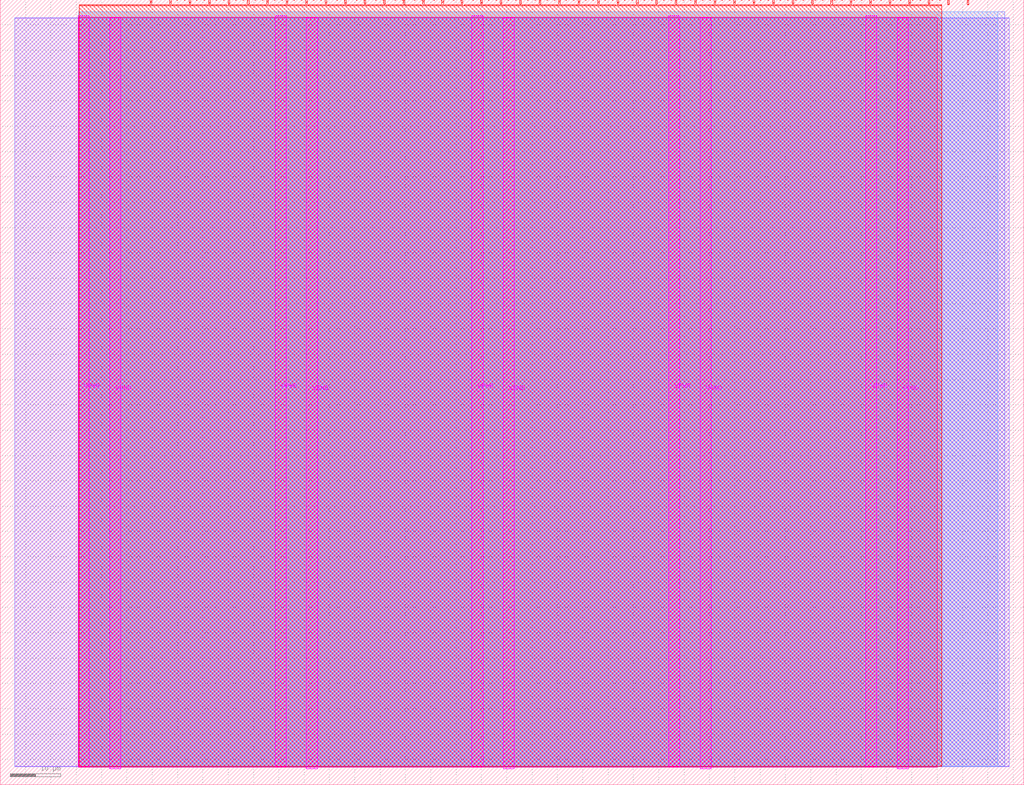
<source format=lef>
VERSION 5.7 ;
  NOWIREEXTENSIONATPIN ON ;
  DIVIDERCHAR "/" ;
  BUSBITCHARS "[]" ;
MACRO tt_um_rebeccargb_universal_decoder
  CLASS BLOCK ;
  FOREIGN tt_um_rebeccargb_universal_decoder ;
  ORIGIN 0.000 0.000 ;
  SIZE 202.080 BY 154.980 ;
  PIN VGND
    DIRECTION INOUT ;
    USE GROUND ;
    PORT
      LAYER TopMetal1 ;
        RECT 21.580 3.150 23.780 151.420 ;
    END
    PORT
      LAYER TopMetal1 ;
        RECT 60.450 3.150 62.650 151.420 ;
    END
    PORT
      LAYER TopMetal1 ;
        RECT 99.320 3.150 101.520 151.420 ;
    END
    PORT
      LAYER TopMetal1 ;
        RECT 138.190 3.150 140.390 151.420 ;
    END
    PORT
      LAYER TopMetal1 ;
        RECT 177.060 3.150 179.260 151.420 ;
    END
  END VGND
  PIN VPWR
    DIRECTION INOUT ;
    USE POWER ;
    PORT
      LAYER TopMetal1 ;
        RECT 15.380 3.560 17.580 151.830 ;
    END
    PORT
      LAYER TopMetal1 ;
        RECT 54.250 3.560 56.450 151.830 ;
    END
    PORT
      LAYER TopMetal1 ;
        RECT 93.120 3.560 95.320 151.830 ;
    END
    PORT
      LAYER TopMetal1 ;
        RECT 131.990 3.560 134.190 151.830 ;
    END
    PORT
      LAYER TopMetal1 ;
        RECT 170.860 3.560 173.060 151.830 ;
    END
  END VPWR
  PIN clk
    DIRECTION INPUT ;
    USE SIGNAL ;
    PORT
      LAYER Metal4 ;
        RECT 187.050 153.980 187.350 154.980 ;
    END
  END clk
  PIN ena
    DIRECTION INPUT ;
    USE SIGNAL ;
    PORT
      LAYER Metal4 ;
        RECT 190.890 153.980 191.190 154.980 ;
    END
  END ena
  PIN rst_n
    DIRECTION INPUT ;
    USE SIGNAL ;
    PORT
      LAYER Metal4 ;
        RECT 183.210 153.980 183.510 154.980 ;
    END
  END rst_n
  PIN ui_in[0]
    DIRECTION INPUT ;
    USE SIGNAL ;
    ANTENNAGATEAREA 0.180700 ;
    PORT
      LAYER Metal4 ;
        RECT 179.370 153.980 179.670 154.980 ;
    END
  END ui_in[0]
  PIN ui_in[1]
    DIRECTION INPUT ;
    USE SIGNAL ;
    ANTENNAGATEAREA 0.725400 ;
    PORT
      LAYER Metal4 ;
        RECT 175.530 153.980 175.830 154.980 ;
    END
  END ui_in[1]
  PIN ui_in[2]
    DIRECTION INPUT ;
    USE SIGNAL ;
    ANTENNAGATEAREA 0.180700 ;
    PORT
      LAYER Metal4 ;
        RECT 171.690 153.980 171.990 154.980 ;
    END
  END ui_in[2]
  PIN ui_in[3]
    DIRECTION INPUT ;
    USE SIGNAL ;
    ANTENNAGATEAREA 1.631500 ;
    PORT
      LAYER Metal4 ;
        RECT 167.850 153.980 168.150 154.980 ;
    END
  END ui_in[3]
  PIN ui_in[4]
    DIRECTION INPUT ;
    USE SIGNAL ;
    ANTENNAGATEAREA 2.176200 ;
    PORT
      LAYER Metal4 ;
        RECT 164.010 153.980 164.310 154.980 ;
    END
  END ui_in[4]
  PIN ui_in[5]
    DIRECTION INPUT ;
    USE SIGNAL ;
    ANTENNAGATEAREA 0.213200 ;
    PORT
      LAYER Metal4 ;
        RECT 160.170 153.980 160.470 154.980 ;
    END
  END ui_in[5]
  PIN ui_in[6]
    DIRECTION INPUT ;
    USE SIGNAL ;
    ANTENNAGATEAREA 0.725400 ;
    PORT
      LAYER Metal4 ;
        RECT 156.330 153.980 156.630 154.980 ;
    END
  END ui_in[6]
  PIN ui_in[7]
    DIRECTION INPUT ;
    USE SIGNAL ;
    ANTENNAGATEAREA 1.450800 ;
    PORT
      LAYER Metal4 ;
        RECT 152.490 153.980 152.790 154.980 ;
    END
  END ui_in[7]
  PIN uio_in[0]
    DIRECTION INPUT ;
    USE SIGNAL ;
    ANTENNAGATEAREA 0.180700 ;
    PORT
      LAYER Metal4 ;
        RECT 148.650 153.980 148.950 154.980 ;
    END
  END uio_in[0]
  PIN uio_in[1]
    DIRECTION INPUT ;
    USE SIGNAL ;
    ANTENNAGATEAREA 0.180700 ;
    PORT
      LAYER Metal4 ;
        RECT 144.810 153.980 145.110 154.980 ;
    END
  END uio_in[1]
  PIN uio_in[2]
    DIRECTION INPUT ;
    USE SIGNAL ;
    ANTENNAGATEAREA 0.180700 ;
    PORT
      LAYER Metal4 ;
        RECT 140.970 153.980 141.270 154.980 ;
    END
  END uio_in[2]
  PIN uio_in[3]
    DIRECTION INPUT ;
    USE SIGNAL ;
    ANTENNAGATEAREA 0.725400 ;
    PORT
      LAYER Metal4 ;
        RECT 137.130 153.980 137.430 154.980 ;
    END
  END uio_in[3]
  PIN uio_in[4]
    DIRECTION INPUT ;
    USE SIGNAL ;
    ANTENNAGATEAREA 0.180700 ;
    PORT
      LAYER Metal4 ;
        RECT 133.290 153.980 133.590 154.980 ;
    END
  END uio_in[4]
  PIN uio_in[5]
    DIRECTION INPUT ;
    USE SIGNAL ;
    ANTENNAGATEAREA 0.906100 ;
    PORT
      LAYER Metal4 ;
        RECT 129.450 153.980 129.750 154.980 ;
    END
  END uio_in[5]
  PIN uio_in[6]
    DIRECTION INPUT ;
    USE SIGNAL ;
    ANTENNAGATEAREA 0.725400 ;
    PORT
      LAYER Metal4 ;
        RECT 125.610 153.980 125.910 154.980 ;
    END
  END uio_in[6]
  PIN uio_in[7]
    DIRECTION INPUT ;
    USE SIGNAL ;
    ANTENNAGATEAREA 0.180700 ;
    PORT
      LAYER Metal4 ;
        RECT 121.770 153.980 122.070 154.980 ;
    END
  END uio_in[7]
  PIN uio_oe[0]
    DIRECTION OUTPUT ;
    USE SIGNAL ;
    ANTENNADIFFAREA 0.708600 ;
    PORT
      LAYER Metal4 ;
        RECT 56.490 153.980 56.790 154.980 ;
    END
  END uio_oe[0]
  PIN uio_oe[1]
    DIRECTION OUTPUT ;
    USE SIGNAL ;
    ANTENNADIFFAREA 0.708600 ;
    PORT
      LAYER Metal4 ;
        RECT 52.650 153.980 52.950 154.980 ;
    END
  END uio_oe[1]
  PIN uio_oe[2]
    DIRECTION OUTPUT ;
    USE SIGNAL ;
    ANTENNADIFFAREA 0.299200 ;
    PORT
      LAYER Metal4 ;
        RECT 48.810 153.980 49.110 154.980 ;
    END
  END uio_oe[2]
  PIN uio_oe[3]
    DIRECTION OUTPUT ;
    USE SIGNAL ;
    ANTENNADIFFAREA 0.299200 ;
    PORT
      LAYER Metal4 ;
        RECT 44.970 153.980 45.270 154.980 ;
    END
  END uio_oe[3]
  PIN uio_oe[4]
    DIRECTION OUTPUT ;
    USE SIGNAL ;
    ANTENNADIFFAREA 0.299200 ;
    PORT
      LAYER Metal4 ;
        RECT 41.130 153.980 41.430 154.980 ;
    END
  END uio_oe[4]
  PIN uio_oe[5]
    DIRECTION OUTPUT ;
    USE SIGNAL ;
    ANTENNADIFFAREA 0.299200 ;
    PORT
      LAYER Metal4 ;
        RECT 37.290 153.980 37.590 154.980 ;
    END
  END uio_oe[5]
  PIN uio_oe[6]
    DIRECTION OUTPUT ;
    USE SIGNAL ;
    ANTENNADIFFAREA 0.299200 ;
    PORT
      LAYER Metal4 ;
        RECT 33.450 153.980 33.750 154.980 ;
    END
  END uio_oe[6]
  PIN uio_oe[7]
    DIRECTION OUTPUT ;
    USE SIGNAL ;
    ANTENNADIFFAREA 0.299200 ;
    PORT
      LAYER Metal4 ;
        RECT 29.610 153.980 29.910 154.980 ;
    END
  END uio_oe[7]
  PIN uio_out[0]
    DIRECTION OUTPUT ;
    USE SIGNAL ;
    ANTENNADIFFAREA 0.662000 ;
    PORT
      LAYER Metal4 ;
        RECT 87.210 153.980 87.510 154.980 ;
    END
  END uio_out[0]
  PIN uio_out[1]
    DIRECTION OUTPUT ;
    USE SIGNAL ;
    ANTENNADIFFAREA 0.662000 ;
    PORT
      LAYER Metal4 ;
        RECT 83.370 153.980 83.670 154.980 ;
    END
  END uio_out[1]
  PIN uio_out[2]
    DIRECTION OUTPUT ;
    USE SIGNAL ;
    ANTENNADIFFAREA 0.299200 ;
    PORT
      LAYER Metal4 ;
        RECT 79.530 153.980 79.830 154.980 ;
    END
  END uio_out[2]
  PIN uio_out[3]
    DIRECTION OUTPUT ;
    USE SIGNAL ;
    ANTENNADIFFAREA 0.299200 ;
    PORT
      LAYER Metal4 ;
        RECT 75.690 153.980 75.990 154.980 ;
    END
  END uio_out[3]
  PIN uio_out[4]
    DIRECTION OUTPUT ;
    USE SIGNAL ;
    ANTENNADIFFAREA 0.299200 ;
    PORT
      LAYER Metal4 ;
        RECT 71.850 153.980 72.150 154.980 ;
    END
  END uio_out[4]
  PIN uio_out[5]
    DIRECTION OUTPUT ;
    USE SIGNAL ;
    ANTENNADIFFAREA 0.299200 ;
    PORT
      LAYER Metal4 ;
        RECT 68.010 153.980 68.310 154.980 ;
    END
  END uio_out[5]
  PIN uio_out[6]
    DIRECTION OUTPUT ;
    USE SIGNAL ;
    ANTENNADIFFAREA 0.299200 ;
    PORT
      LAYER Metal4 ;
        RECT 64.170 153.980 64.470 154.980 ;
    END
  END uio_out[6]
  PIN uio_out[7]
    DIRECTION OUTPUT ;
    USE SIGNAL ;
    ANTENNADIFFAREA 0.299200 ;
    PORT
      LAYER Metal4 ;
        RECT 60.330 153.980 60.630 154.980 ;
    END
  END uio_out[7]
  PIN uo_out[0]
    DIRECTION OUTPUT ;
    USE SIGNAL ;
    ANTENNADIFFAREA 0.706400 ;
    PORT
      LAYER Metal4 ;
        RECT 117.930 153.980 118.230 154.980 ;
    END
  END uo_out[0]
  PIN uo_out[1]
    DIRECTION OUTPUT ;
    USE SIGNAL ;
    ANTENNADIFFAREA 0.733200 ;
    PORT
      LAYER Metal4 ;
        RECT 114.090 153.980 114.390 154.980 ;
    END
  END uo_out[1]
  PIN uo_out[2]
    DIRECTION OUTPUT ;
    USE SIGNAL ;
    ANTENNADIFFAREA 0.706400 ;
    PORT
      LAYER Metal4 ;
        RECT 110.250 153.980 110.550 154.980 ;
    END
  END uo_out[2]
  PIN uo_out[3]
    DIRECTION OUTPUT ;
    USE SIGNAL ;
    ANTENNADIFFAREA 0.733200 ;
    PORT
      LAYER Metal4 ;
        RECT 106.410 153.980 106.710 154.980 ;
    END
  END uo_out[3]
  PIN uo_out[4]
    DIRECTION OUTPUT ;
    USE SIGNAL ;
    ANTENNADIFFAREA 0.706400 ;
    PORT
      LAYER Metal4 ;
        RECT 102.570 153.980 102.870 154.980 ;
    END
  END uo_out[4]
  PIN uo_out[5]
    DIRECTION OUTPUT ;
    USE SIGNAL ;
    ANTENNADIFFAREA 0.706400 ;
    PORT
      LAYER Metal4 ;
        RECT 98.730 153.980 99.030 154.980 ;
    END
  END uo_out[5]
  PIN uo_out[6]
    DIRECTION OUTPUT ;
    USE SIGNAL ;
    ANTENNADIFFAREA 0.706400 ;
    PORT
      LAYER Metal4 ;
        RECT 94.890 153.980 95.190 154.980 ;
    END
  END uo_out[6]
  PIN uo_out[7]
    DIRECTION OUTPUT ;
    USE SIGNAL ;
    ANTENNADIFFAREA 0.632400 ;
    PORT
      LAYER Metal4 ;
        RECT 91.050 153.980 91.350 154.980 ;
    END
  END uo_out[7]
  OBS
      LAYER GatPoly ;
        RECT 2.880 3.630 199.200 151.350 ;
      LAYER Metal1 ;
        RECT 2.880 3.560 199.200 151.420 ;
      LAYER Metal2 ;
        RECT 15.560 3.635 198.340 152.605 ;
      LAYER Metal3 ;
        RECT 15.515 3.680 196.945 152.565 ;
      LAYER Metal4 ;
        RECT 15.560 153.770 29.400 153.980 ;
        RECT 30.120 153.770 33.240 153.980 ;
        RECT 33.960 153.770 37.080 153.980 ;
        RECT 37.800 153.770 40.920 153.980 ;
        RECT 41.640 153.770 44.760 153.980 ;
        RECT 45.480 153.770 48.600 153.980 ;
        RECT 49.320 153.770 52.440 153.980 ;
        RECT 53.160 153.770 56.280 153.980 ;
        RECT 57.000 153.770 60.120 153.980 ;
        RECT 60.840 153.770 63.960 153.980 ;
        RECT 64.680 153.770 67.800 153.980 ;
        RECT 68.520 153.770 71.640 153.980 ;
        RECT 72.360 153.770 75.480 153.980 ;
        RECT 76.200 153.770 79.320 153.980 ;
        RECT 80.040 153.770 83.160 153.980 ;
        RECT 83.880 153.770 87.000 153.980 ;
        RECT 87.720 153.770 90.840 153.980 ;
        RECT 91.560 153.770 94.680 153.980 ;
        RECT 95.400 153.770 98.520 153.980 ;
        RECT 99.240 153.770 102.360 153.980 ;
        RECT 103.080 153.770 106.200 153.980 ;
        RECT 106.920 153.770 110.040 153.980 ;
        RECT 110.760 153.770 113.880 153.980 ;
        RECT 114.600 153.770 117.720 153.980 ;
        RECT 118.440 153.770 121.560 153.980 ;
        RECT 122.280 153.770 125.400 153.980 ;
        RECT 126.120 153.770 129.240 153.980 ;
        RECT 129.960 153.770 133.080 153.980 ;
        RECT 133.800 153.770 136.920 153.980 ;
        RECT 137.640 153.770 140.760 153.980 ;
        RECT 141.480 153.770 144.600 153.980 ;
        RECT 145.320 153.770 148.440 153.980 ;
        RECT 149.160 153.770 152.280 153.980 ;
        RECT 153.000 153.770 156.120 153.980 ;
        RECT 156.840 153.770 159.960 153.980 ;
        RECT 160.680 153.770 163.800 153.980 ;
        RECT 164.520 153.770 167.640 153.980 ;
        RECT 168.360 153.770 171.480 153.980 ;
        RECT 172.200 153.770 175.320 153.980 ;
        RECT 176.040 153.770 179.160 153.980 ;
        RECT 179.880 153.770 183.000 153.980 ;
        RECT 183.720 153.770 185.860 153.980 ;
        RECT 15.560 3.635 185.860 153.770 ;
      LAYER Metal5 ;
        RECT 15.515 3.470 184.945 151.510 ;
  END
END tt_um_rebeccargb_universal_decoder
END LIBRARY


</source>
